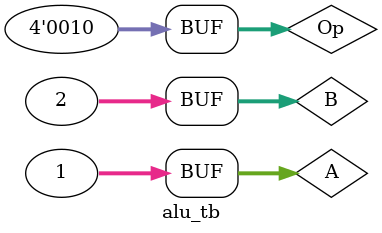
<source format=v>
`timescale 1ns / 1ps


module alu_tb;

	// Inputs
	reg [31:0] A;
	reg [31:0] B;
	reg [3:0] Op;

	// Outputs
	wire [31:0] Out;
	wire Zero;

	// Instantiate the Unit Under Test (UUT)
	alu uut (
		.A(A), 
		.B(B), 
		.Op(Op), 
		.Out(Out), 
		.Zero(Zero)
	);
	
	initial begin
		// Initialize Inputs
		
		//{A,B,Op} = {32'h0000000F,32'h0000000A,4'h2}; #100;
		{A,B,Op} = {32'd1,32'd2,4'd2}; #100;
		
	end
      
endmodule


</source>
